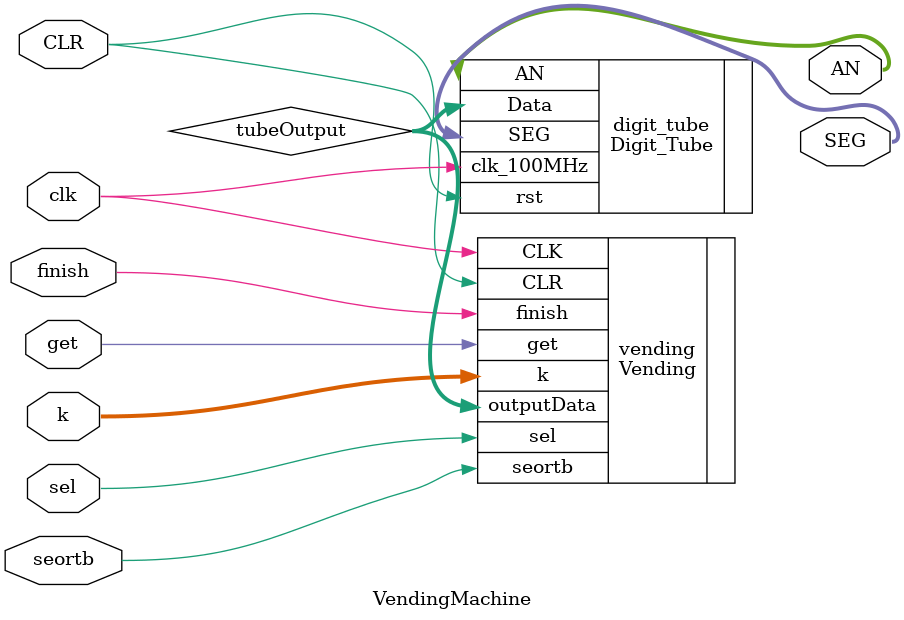
<source format=v>
`timescale 1ns / 1ps


module VendingMachine(
        input clk,
        input CLR,
        input [7:0] k,
        input seortb,
        input get,
        input sel,
        input finish,
        output [7:0] AN,
        output [7:0] SEG
    );
    
    wire [15:0] tubeOutput;

    Vending vending(
        .CLK(clk),
        .CLR(CLR),
        .k(k),
        .seortb(seortb),
        .get(get),
        .sel(sel),
        .finish(finish),
        .outputData(tubeOutput)
    );

    Digit_Tube digit_tube(
        .rst(CLR),
        .clk_100MHz(clk),
        .Data(tubeOutput),
        .AN(AN),
        .SEG(SEG)
    );


endmodule

</source>
